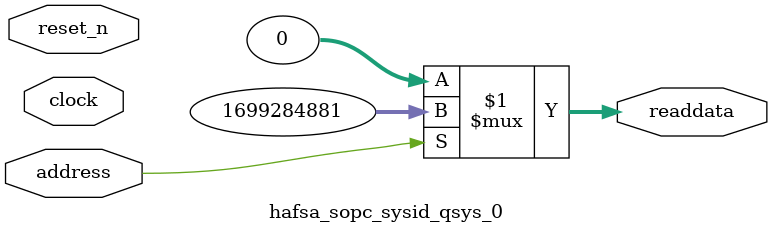
<source format=v>



// synthesis translate_off
`timescale 1ns / 1ps
// synthesis translate_on

// turn off superfluous verilog processor warnings 
// altera message_level Level1 
// altera message_off 10034 10035 10036 10037 10230 10240 10030 

module hafsa_sopc_sysid_qsys_0 (
               // inputs:
                address,
                clock,
                reset_n,

               // outputs:
                readdata
             )
;

  output  [ 31: 0] readdata;
  input            address;
  input            clock;
  input            reset_n;

  wire    [ 31: 0] readdata;
  //control_slave, which is an e_avalon_slave
  assign readdata = address ? 1699284881 : 0;

endmodule



</source>
